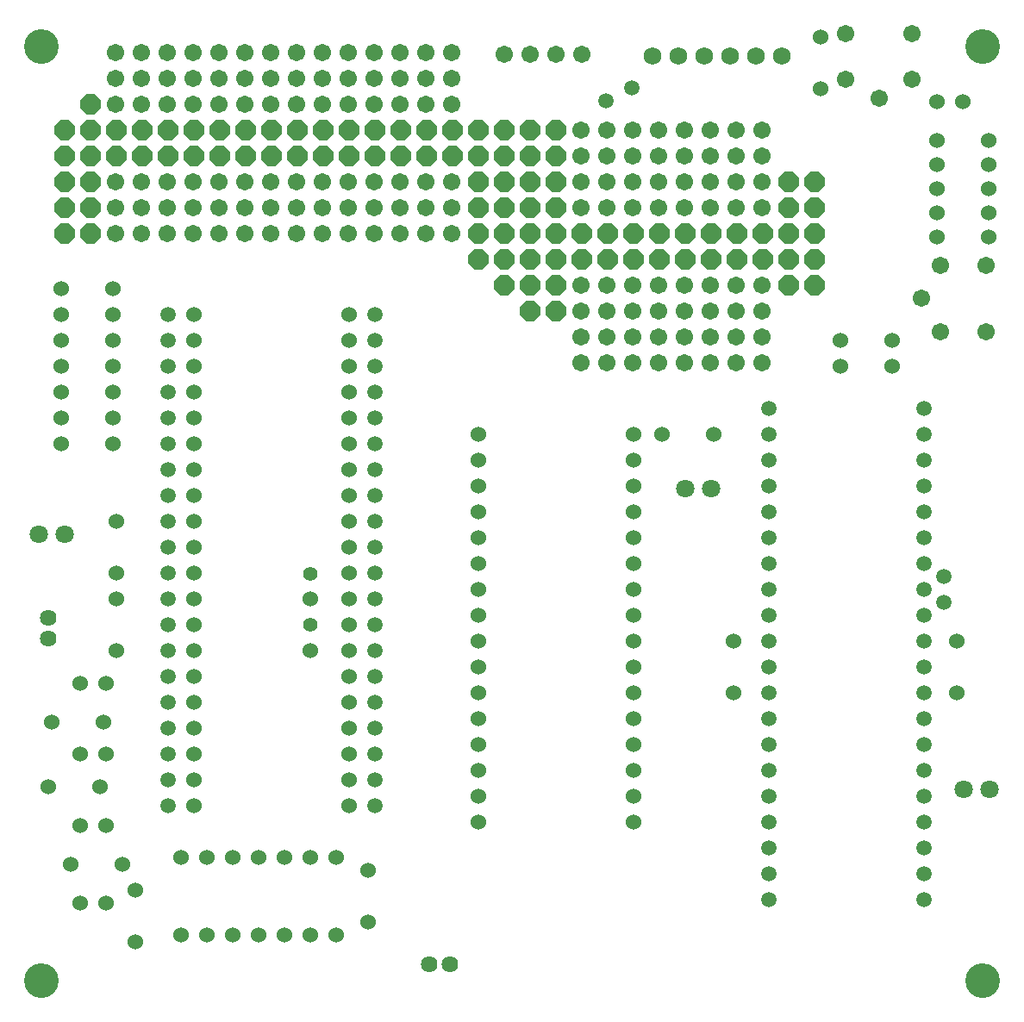
<source format=gts>
G75*
%MOIN*%
%OFA0B0*%
%FSLAX25Y25*%
%IPPOS*%
%LPD*%
%AMOC8*
5,1,8,0,0,1.08239X$1,22.5*
%
%ADD10C,0.13398*%
%ADD11C,0.06000*%
%ADD12C,0.05950*%
%ADD13C,0.06737*%
%ADD14C,0.06800*%
%ADD15C,0.07100*%
%ADD16C,0.06400*%
%ADD17C,0.05550*%
%ADD18OC8,0.07800*%
%ADD19C,0.06706*%
D10*
X0078722Y0020537D03*
X0442472Y0020537D03*
X0442472Y0381787D03*
X0078722Y0381787D03*
D11*
X0086222Y0288037D03*
X0086222Y0278037D03*
X0086222Y0268037D03*
X0086222Y0258037D03*
X0086222Y0248037D03*
X0086222Y0238037D03*
X0086222Y0228037D03*
X0106222Y0228037D03*
X0106222Y0238037D03*
X0106222Y0248037D03*
X0106222Y0258037D03*
X0106222Y0268037D03*
X0106222Y0278037D03*
X0106222Y0288037D03*
X0137472Y0278037D03*
X0137472Y0268037D03*
X0137472Y0258037D03*
X0137472Y0248037D03*
X0137472Y0238037D03*
X0137472Y0228037D03*
X0137472Y0218037D03*
X0137472Y0208037D03*
X0137472Y0198037D03*
X0137472Y0188037D03*
X0137472Y0178037D03*
X0137472Y0168037D03*
X0137472Y0158037D03*
X0137472Y0148037D03*
X0137472Y0138037D03*
X0137472Y0128037D03*
X0137472Y0118037D03*
X0137472Y0108037D03*
X0137472Y0098037D03*
X0137472Y0088037D03*
X0132472Y0068037D03*
X0142472Y0068037D03*
X0152472Y0068037D03*
X0162472Y0068037D03*
X0172472Y0068037D03*
X0182472Y0068037D03*
X0192472Y0068037D03*
X0204972Y0063037D03*
X0204972Y0043037D03*
X0192472Y0038037D03*
X0182472Y0038037D03*
X0172472Y0038037D03*
X0162472Y0038037D03*
X0152472Y0038037D03*
X0142472Y0038037D03*
X0132472Y0038037D03*
X0114972Y0035537D03*
X0103724Y0050537D03*
X0093724Y0050537D03*
X0089972Y0065537D03*
X0093724Y0080537D03*
X0103724Y0080537D03*
X0101222Y0095537D03*
X0103724Y0108037D03*
X0093724Y0108037D03*
X0102472Y0120537D03*
X0103724Y0135537D03*
X0093724Y0135537D03*
X0107472Y0148037D03*
X0107472Y0168037D03*
X0107472Y0178037D03*
X0107472Y0198037D03*
X0182472Y0168037D03*
X0197472Y0168037D03*
X0197472Y0158037D03*
X0197472Y0148037D03*
X0197472Y0138037D03*
X0197472Y0128037D03*
X0197472Y0118037D03*
X0197472Y0108037D03*
X0197472Y0098037D03*
X0197472Y0088037D03*
X0247472Y0091787D03*
X0247472Y0101787D03*
X0247472Y0111787D03*
X0247472Y0121787D03*
X0247472Y0131787D03*
X0247472Y0141787D03*
X0247472Y0151787D03*
X0247472Y0161787D03*
X0247472Y0171787D03*
X0247472Y0181787D03*
X0247472Y0191787D03*
X0247472Y0201787D03*
X0247472Y0211787D03*
X0247472Y0221787D03*
X0247472Y0231787D03*
X0197472Y0228037D03*
X0197472Y0238037D03*
X0197472Y0248037D03*
X0197472Y0258037D03*
X0197472Y0268037D03*
X0197472Y0278037D03*
X0197472Y0218037D03*
X0197472Y0208037D03*
X0197472Y0198037D03*
X0197472Y0188037D03*
X0197472Y0178037D03*
X0182472Y0148037D03*
X0247472Y0081787D03*
X0307472Y0081787D03*
X0307472Y0091787D03*
X0307472Y0101787D03*
X0307472Y0111787D03*
X0307472Y0121787D03*
X0307472Y0131787D03*
X0307472Y0141787D03*
X0307472Y0151787D03*
X0307472Y0161787D03*
X0307472Y0171787D03*
X0307472Y0181787D03*
X0307472Y0191787D03*
X0307472Y0201787D03*
X0307472Y0211787D03*
X0307472Y0221787D03*
X0307472Y0231787D03*
X0318722Y0231787D03*
X0338722Y0231787D03*
X0387472Y0258037D03*
X0387472Y0268037D03*
X0407472Y0268037D03*
X0407472Y0258037D03*
X0424972Y0308037D03*
X0424972Y0317412D03*
X0424972Y0326787D03*
X0424972Y0336162D03*
X0424972Y0345537D03*
X0424972Y0360537D03*
X0434972Y0360537D03*
X0444972Y0345537D03*
X0444972Y0336162D03*
X0444972Y0326787D03*
X0444972Y0317412D03*
X0444972Y0308037D03*
X0379972Y0365537D03*
X0379972Y0385537D03*
X0346222Y0151787D03*
X0346222Y0131787D03*
X0432473Y0131787D03*
X0432473Y0151787D03*
X0114972Y0055537D03*
X0109972Y0065537D03*
X0081222Y0095537D03*
X0082472Y0120537D03*
D12*
X0127472Y0118037D03*
X0127472Y0108037D03*
X0127472Y0098037D03*
X0127472Y0088037D03*
X0127472Y0128037D03*
X0127472Y0138037D03*
X0127472Y0148037D03*
X0127472Y0158037D03*
X0127472Y0168037D03*
X0127472Y0178037D03*
X0127472Y0188037D03*
X0127472Y0198037D03*
X0127472Y0208037D03*
X0127472Y0218037D03*
X0127472Y0228037D03*
X0127472Y0238037D03*
X0127472Y0248037D03*
X0127472Y0258037D03*
X0127472Y0268037D03*
X0127472Y0278037D03*
X0207472Y0278037D03*
X0207472Y0268037D03*
X0207472Y0258037D03*
X0207472Y0248037D03*
X0207472Y0238037D03*
X0207472Y0228037D03*
X0207472Y0218037D03*
X0207472Y0208037D03*
X0207472Y0198037D03*
X0207472Y0188037D03*
X0207472Y0178037D03*
X0207472Y0168037D03*
X0207472Y0158037D03*
X0207472Y0148037D03*
X0207472Y0138037D03*
X0207472Y0128037D03*
X0207472Y0118037D03*
X0207472Y0108037D03*
X0207472Y0098037D03*
X0207472Y0088037D03*
X0359972Y0091787D03*
X0359972Y0101787D03*
X0359972Y0111787D03*
X0359972Y0121787D03*
X0359972Y0131787D03*
X0359972Y0141787D03*
X0359972Y0151787D03*
X0359972Y0161787D03*
X0359972Y0171787D03*
X0359972Y0181787D03*
X0359972Y0191787D03*
X0359972Y0201787D03*
X0359972Y0211787D03*
X0359972Y0221787D03*
X0359972Y0231787D03*
X0359972Y0241787D03*
X0419972Y0241787D03*
X0419972Y0231787D03*
X0419972Y0221787D03*
X0419972Y0211787D03*
X0419972Y0201787D03*
X0419972Y0191787D03*
X0419972Y0181787D03*
X0427589Y0176842D03*
X0419972Y0171787D03*
X0427589Y0166839D03*
X0419972Y0161787D03*
X0419972Y0151787D03*
X0419972Y0141787D03*
X0419972Y0131787D03*
X0419972Y0121787D03*
X0419972Y0111787D03*
X0419972Y0101787D03*
X0419972Y0091787D03*
X0419972Y0081787D03*
X0419972Y0071787D03*
X0419972Y0061787D03*
X0419972Y0051787D03*
X0359972Y0051787D03*
X0359972Y0061787D03*
X0359972Y0071787D03*
X0359972Y0081787D03*
X0296922Y0360651D03*
X0306926Y0365653D03*
D13*
X0287472Y0378663D03*
X0277472Y0378663D03*
X0267472Y0378663D03*
X0257472Y0378663D03*
X0389677Y0386896D03*
X0389677Y0369179D03*
X0402472Y0361896D03*
X0415268Y0369179D03*
X0415268Y0386896D03*
X0426114Y0297083D03*
X0418831Y0284287D03*
X0426114Y0271492D03*
X0443831Y0271492D03*
X0443831Y0297083D03*
D14*
X0364972Y0378037D03*
X0354972Y0378037D03*
X0344972Y0378037D03*
X0334972Y0378037D03*
X0324972Y0378037D03*
X0314972Y0378037D03*
D15*
X0327559Y0210603D03*
X0337559Y0210603D03*
X0435093Y0094316D03*
X0445093Y0094316D03*
X0087479Y0193097D03*
X0077479Y0193097D03*
D16*
X0081228Y0160773D03*
X0081228Y0152899D03*
X0228590Y0026794D03*
X0236464Y0026794D03*
D17*
X0182472Y0158037D03*
X0182472Y0177725D03*
D18*
X0267472Y0279287D03*
X0267472Y0289287D03*
X0257472Y0289287D03*
X0257472Y0299287D03*
X0257472Y0309287D03*
X0267472Y0309287D03*
X0267472Y0299287D03*
X0277472Y0299287D03*
X0277472Y0309287D03*
X0287472Y0309287D03*
X0287472Y0299287D03*
X0297472Y0299287D03*
X0297472Y0309287D03*
X0307472Y0309287D03*
X0307472Y0299287D03*
X0317472Y0299287D03*
X0317472Y0309287D03*
X0327472Y0309287D03*
X0327472Y0299287D03*
X0337472Y0299287D03*
X0337472Y0309287D03*
X0347472Y0309287D03*
X0347472Y0299287D03*
X0357472Y0299287D03*
X0357472Y0309287D03*
X0367472Y0309444D03*
X0367472Y0299444D03*
X0377472Y0299444D03*
X0377472Y0309444D03*
X0377472Y0319444D03*
X0367472Y0319444D03*
X0367472Y0329444D03*
X0377472Y0329444D03*
X0377472Y0289444D03*
X0367472Y0289444D03*
X0277472Y0289287D03*
X0277472Y0279287D03*
X0247472Y0299287D03*
X0247472Y0309287D03*
X0247472Y0319287D03*
X0247472Y0329287D03*
X0247472Y0339287D03*
X0237472Y0339287D03*
X0227472Y0339287D03*
X0217472Y0339287D03*
X0207472Y0339287D03*
X0197472Y0339287D03*
X0187472Y0339287D03*
X0177472Y0339287D03*
X0167472Y0339287D03*
X0157472Y0339287D03*
X0147472Y0339287D03*
X0137472Y0339287D03*
X0127472Y0339287D03*
X0117472Y0339287D03*
X0107472Y0339287D03*
X0097472Y0339287D03*
X0087472Y0339287D03*
X0087472Y0349287D03*
X0097472Y0349287D03*
X0097472Y0359287D03*
X0107472Y0349287D03*
X0117472Y0349287D03*
X0127472Y0349287D03*
X0137472Y0349287D03*
X0147472Y0349287D03*
X0157472Y0349287D03*
X0167472Y0349287D03*
X0177472Y0349287D03*
X0187472Y0349287D03*
X0197472Y0349287D03*
X0207472Y0349287D03*
X0217472Y0349287D03*
X0227472Y0349287D03*
X0237472Y0349287D03*
X0247472Y0349287D03*
X0257472Y0349287D03*
X0257472Y0339287D03*
X0267472Y0339287D03*
X0267472Y0349287D03*
X0277472Y0349287D03*
X0277472Y0339287D03*
X0277472Y0329287D03*
X0267472Y0329287D03*
X0257472Y0329287D03*
X0257472Y0319287D03*
X0267472Y0319287D03*
X0277472Y0319287D03*
X0097472Y0319287D03*
X0087472Y0319287D03*
X0087472Y0329287D03*
X0097472Y0329287D03*
X0097472Y0309287D03*
X0087472Y0309287D03*
D19*
X0107160Y0309287D03*
X0117160Y0309287D03*
X0127160Y0309287D03*
X0137160Y0309287D03*
X0147160Y0309287D03*
X0157160Y0309287D03*
X0167160Y0309287D03*
X0177160Y0309287D03*
X0187160Y0309287D03*
X0197160Y0309287D03*
X0207160Y0309287D03*
X0217160Y0309287D03*
X0227160Y0309287D03*
X0237160Y0309287D03*
X0237160Y0319287D03*
X0227160Y0319287D03*
X0217160Y0319287D03*
X0207160Y0319287D03*
X0197160Y0319287D03*
X0187160Y0319287D03*
X0177160Y0319287D03*
X0167160Y0319287D03*
X0157160Y0319287D03*
X0147160Y0319287D03*
X0137160Y0319287D03*
X0127160Y0319287D03*
X0117160Y0319287D03*
X0107160Y0319287D03*
X0107160Y0329287D03*
X0117160Y0329287D03*
X0127160Y0329287D03*
X0137160Y0329287D03*
X0147160Y0329287D03*
X0157160Y0329287D03*
X0167160Y0329287D03*
X0177160Y0329287D03*
X0187160Y0329287D03*
X0197160Y0329287D03*
X0207160Y0329287D03*
X0217160Y0329287D03*
X0227160Y0329287D03*
X0237160Y0329287D03*
X0237160Y0359287D03*
X0227160Y0359287D03*
X0217160Y0359287D03*
X0207160Y0359287D03*
X0197160Y0359287D03*
X0187160Y0359287D03*
X0177160Y0359287D03*
X0167160Y0359287D03*
X0157160Y0359287D03*
X0147160Y0359287D03*
X0137160Y0359287D03*
X0127160Y0359287D03*
X0117160Y0359287D03*
X0107160Y0359287D03*
X0107160Y0369287D03*
X0117160Y0369287D03*
X0127160Y0369287D03*
X0137160Y0369287D03*
X0147160Y0369287D03*
X0157160Y0369287D03*
X0167160Y0369287D03*
X0177160Y0369287D03*
X0187160Y0369287D03*
X0197160Y0369287D03*
X0207160Y0369287D03*
X0217160Y0369287D03*
X0227160Y0369287D03*
X0237160Y0369287D03*
X0237160Y0379287D03*
X0227160Y0379287D03*
X0217160Y0379287D03*
X0207160Y0379287D03*
X0197160Y0379287D03*
X0187160Y0379287D03*
X0177160Y0379287D03*
X0167160Y0379287D03*
X0157160Y0379287D03*
X0147160Y0379287D03*
X0137160Y0379287D03*
X0127160Y0379287D03*
X0117160Y0379287D03*
X0107160Y0379287D03*
X0287160Y0349287D03*
X0287160Y0339287D03*
X0297160Y0339287D03*
X0307160Y0339287D03*
X0317160Y0339287D03*
X0327160Y0339287D03*
X0337160Y0339287D03*
X0347160Y0339287D03*
X0357160Y0339287D03*
X0357160Y0349287D03*
X0347160Y0349287D03*
X0337160Y0349287D03*
X0327160Y0349287D03*
X0317160Y0349287D03*
X0307160Y0349287D03*
X0297160Y0349287D03*
X0297160Y0329287D03*
X0297160Y0319287D03*
X0307160Y0319287D03*
X0317160Y0319287D03*
X0327160Y0319287D03*
X0337160Y0319287D03*
X0347160Y0319287D03*
X0357160Y0319287D03*
X0357160Y0329287D03*
X0347160Y0329287D03*
X0337160Y0329287D03*
X0327160Y0329287D03*
X0317160Y0329287D03*
X0307160Y0329287D03*
X0287160Y0329287D03*
X0287160Y0319287D03*
X0287160Y0289287D03*
X0287160Y0279287D03*
X0287160Y0269287D03*
X0297160Y0269287D03*
X0307160Y0269287D03*
X0317160Y0269287D03*
X0327160Y0269287D03*
X0337160Y0269287D03*
X0347160Y0269287D03*
X0357160Y0269287D03*
X0357160Y0279287D03*
X0347160Y0279287D03*
X0337160Y0279287D03*
X0327160Y0279287D03*
X0317160Y0279287D03*
X0307160Y0279287D03*
X0297160Y0279287D03*
X0297160Y0289287D03*
X0307160Y0289287D03*
X0317160Y0289287D03*
X0327160Y0289287D03*
X0337160Y0289287D03*
X0347160Y0289287D03*
X0357160Y0289287D03*
X0357160Y0259287D03*
X0347160Y0259287D03*
X0337160Y0259287D03*
X0327160Y0259287D03*
X0317160Y0259287D03*
X0307160Y0259287D03*
X0297160Y0259287D03*
X0287160Y0259287D03*
M02*

</source>
